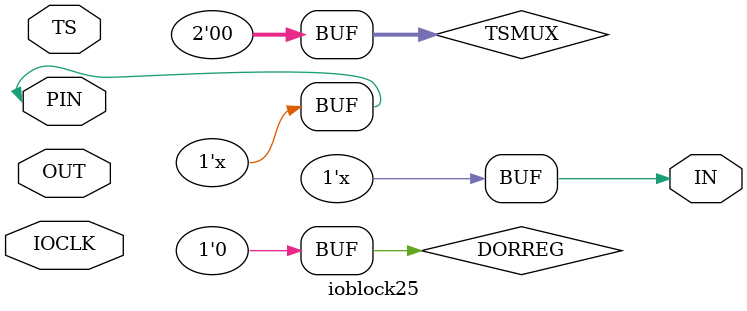
<source format=v>
module ioblock25(
	       inout  PIN,
	       input  TS,
	       input  OUT,
	       output IN,
	       input IOCLK
	       );
   
   reg 		     D;
   reg [2-1:0] 	     TSMUX;
   reg 		     DORREG;

   assign PIN = ( TSMUX == 2'b00 ) ? 1'bz : (( TSMUX == 2'b01 && TS == 1'b1 ) ? OUT : (( TSMUX == 2'b01 && TS == 1'b0 ) ? 1'bz : OUT));
   assign IN  = ( DORREG == 1'b0 ) ? PIN  : D;
   
   initial
     begin
	D=1'b0;
	TSMUX=2'b00;
	DORREG=1'b0;
     end
   
   always @(posedge IOCLK) D=PIN;
   
endmodule       

</source>
